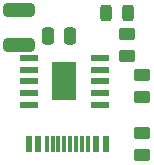
<source format=gbr>
%TF.GenerationSoftware,KiCad,Pcbnew,7.0.9-1.fc38*%
%TF.CreationDate,2024-01-22T08:05:40+08:00*%
%TF.ProjectId,PD_Decoy,50445f44-6563-46f7-992e-6b696361645f,rev?*%
%TF.SameCoordinates,Original*%
%TF.FileFunction,Paste,Top*%
%TF.FilePolarity,Positive*%
%FSLAX46Y46*%
G04 Gerber Fmt 4.6, Leading zero omitted, Abs format (unit mm)*
G04 Created by KiCad (PCBNEW 7.0.9-1.fc38) date 2024-01-22 08:05:40*
%MOMM*%
%LPD*%
G01*
G04 APERTURE LIST*
G04 Aperture macros list*
%AMRoundRect*
0 Rectangle with rounded corners*
0 $1 Rounding radius*
0 $2 $3 $4 $5 $6 $7 $8 $9 X,Y pos of 4 corners*
0 Add a 4 corners polygon primitive as box body*
4,1,4,$2,$3,$4,$5,$6,$7,$8,$9,$2,$3,0*
0 Add four circle primitives for the rounded corners*
1,1,$1+$1,$2,$3*
1,1,$1+$1,$4,$5*
1,1,$1+$1,$6,$7*
1,1,$1+$1,$8,$9*
0 Add four rect primitives between the rounded corners*
20,1,$1+$1,$2,$3,$4,$5,0*
20,1,$1+$1,$4,$5,$6,$7,0*
20,1,$1+$1,$6,$7,$8,$9,0*
20,1,$1+$1,$8,$9,$2,$3,0*%
G04 Aperture macros list end*
%ADD10RoundRect,0.250000X-0.250000X-0.475000X0.250000X-0.475000X0.250000X0.475000X-0.250000X0.475000X0*%
%ADD11R,0.600000X1.450000*%
%ADD12R,0.300000X1.450000*%
%ADD13RoundRect,0.243750X0.243750X0.456250X-0.243750X0.456250X-0.243750X-0.456250X0.243750X-0.456250X0*%
%ADD14RoundRect,0.250000X-0.450000X0.262500X-0.450000X-0.262500X0.450000X-0.262500X0.450000X0.262500X0*%
%ADD15RoundRect,0.250000X0.450000X-0.262500X0.450000X0.262500X-0.450000X0.262500X-0.450000X-0.262500X0*%
%ADD16R,2.100000X3.300000*%
%ADD17R,1.500000X0.600000*%
%ADD18RoundRect,0.250000X-1.075000X0.312500X-1.075000X-0.312500X1.075000X-0.312500X1.075000X0.312500X0*%
G04 APERTURE END LIST*
D10*
%TO.C,C1*%
X18168000Y-18070000D03*
X20068000Y-18070000D03*
%TD*%
D11*
%TO.C,J1*%
X16566000Y-27199000D03*
X17366000Y-27199000D03*
D12*
X18566000Y-27199000D03*
X19566000Y-27199000D03*
X20066000Y-27199000D03*
X21066000Y-27199000D03*
D11*
X22266000Y-27199000D03*
X23066000Y-27199000D03*
X23066000Y-27199000D03*
X22266000Y-27199000D03*
D12*
X21566000Y-27199000D03*
X20566000Y-27199000D03*
X19066000Y-27199000D03*
X18066000Y-27199000D03*
D11*
X17366000Y-27199000D03*
X16566000Y-27199000D03*
%TD*%
D13*
%TO.C,D1*%
X24991000Y-16079000D03*
X23116000Y-16079000D03*
%TD*%
D14*
%TO.C,R4*%
X26164000Y-26278000D03*
X26164000Y-28103000D03*
%TD*%
D15*
%TO.C,R2*%
X24894000Y-19682000D03*
X24894000Y-17857000D03*
%TD*%
%TO.C,R3*%
X26164000Y-23197000D03*
X26164000Y-21372000D03*
%TD*%
D16*
%TO.C,U1*%
X19560000Y-21880000D03*
D17*
X16559746Y-19880000D03*
X16559746Y-20880000D03*
X16559746Y-21880000D03*
X16559746Y-22880000D03*
X16559746Y-23880000D03*
X22559746Y-23880000D03*
X22560000Y-22880000D03*
X22560000Y-21880000D03*
X22560000Y-20880000D03*
X22559746Y-19880000D03*
%TD*%
D18*
%TO.C,R1*%
X15750000Y-15825000D03*
X15750000Y-18750000D03*
%TD*%
M02*

</source>
